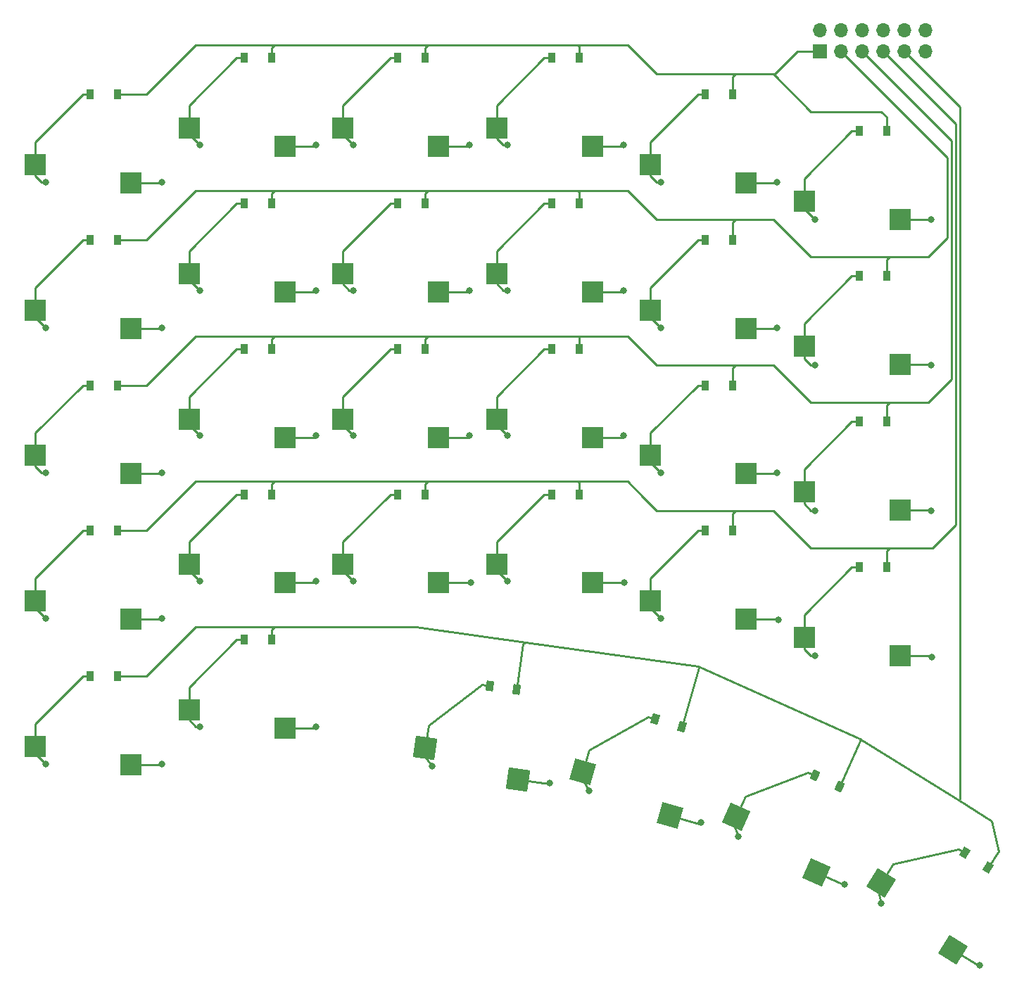
<source format=gbr>
%TF.GenerationSoftware,KiCad,Pcbnew,8.0.3*%
%TF.CreationDate,2024-06-13T00:20:47+02:00*%
%TF.ProjectId,protoeepyboard,70726f74-6f65-4657-9079-626f6172642e,1.0*%
%TF.SameCoordinates,Original*%
%TF.FileFunction,Copper,L2,Bot*%
%TF.FilePolarity,Positive*%
%FSLAX46Y46*%
G04 Gerber Fmt 4.6, Leading zero omitted, Abs format (unit mm)*
G04 Created by KiCad (PCBNEW 8.0.3) date 2024-06-13 00:20:47*
%MOMM*%
%LPD*%
G01*
G04 APERTURE LIST*
G04 Aperture macros list*
%AMRotRect*
0 Rectangle, with rotation*
0 The origin of the aperture is its center*
0 $1 length*
0 $2 width*
0 $3 Rotation angle, in degrees counterclockwise*
0 Add horizontal line*
21,1,$1,$2,0,0,$3*%
G04 Aperture macros list end*
%TA.AperFunction,SMDPad,CuDef*%
%ADD10R,0.900000X1.200000*%
%TD*%
%TA.AperFunction,SMDPad,CuDef*%
%ADD11R,2.600000X2.600000*%
%TD*%
%TA.AperFunction,SMDPad,CuDef*%
%ADD12RotRect,0.900000X1.200000X156.000000*%
%TD*%
%TA.AperFunction,ComponentPad*%
%ADD13O,1.700000X1.700000*%
%TD*%
%TA.AperFunction,ComponentPad*%
%ADD14R,1.700000X1.700000*%
%TD*%
%TA.AperFunction,SMDPad,CuDef*%
%ADD15RotRect,2.600000X2.600000X148.000000*%
%TD*%
%TA.AperFunction,SMDPad,CuDef*%
%ADD16RotRect,0.900000X1.200000X148.000000*%
%TD*%
%TA.AperFunction,SMDPad,CuDef*%
%ADD17RotRect,0.900000X1.200000X164.000000*%
%TD*%
%TA.AperFunction,SMDPad,CuDef*%
%ADD18RotRect,2.600000X2.600000X164.000000*%
%TD*%
%TA.AperFunction,SMDPad,CuDef*%
%ADD19RotRect,0.900000X1.200000X172.000000*%
%TD*%
%TA.AperFunction,SMDPad,CuDef*%
%ADD20RotRect,2.600000X2.600000X156.000000*%
%TD*%
%TA.AperFunction,SMDPad,CuDef*%
%ADD21RotRect,2.600000X2.600000X172.000000*%
%TD*%
%TA.AperFunction,ViaPad*%
%ADD22C,0.800000*%
%TD*%
%TA.AperFunction,Conductor*%
%ADD23C,0.250000*%
%TD*%
G04 APERTURE END LIST*
D10*
%TO.P,D23,1*%
%TO.N,P7*%
X184175480Y-128090167D03*
%TO.P,D23,2*%
%TO.N,five_bottom*%
X180875480Y-128090167D03*
%TD*%
%TO.P,D19,1*%
%TO.N,P7*%
X165675484Y-123715163D03*
%TO.P,D19,2*%
%TO.N,four_bottom*%
X162375484Y-123715163D03*
%TD*%
D11*
%TO.P,S24,2*%
%TO.N,five_home*%
X174250484Y-119040165D03*
%TO.P,S24,1*%
%TO.N,P12*%
X185800484Y-121240165D03*
%TD*%
%TO.P,S13,2*%
%TO.N,two_top*%
X118750479Y-92790168D03*
%TO.P,S13,1*%
%TO.N,P6*%
X130300479Y-94990168D03*
%TD*%
D10*
%TO.P,D21,1*%
%TO.N,P3*%
X165675480Y-88715166D03*
%TO.P,D21,2*%
%TO.N,four_top*%
X162375480Y-88715166D03*
%TD*%
D11*
%TO.P,S26,2*%
%TO.N,five_num*%
X174250483Y-84040161D03*
%TO.P,S26,1*%
%TO.N,P12*%
X185800483Y-86240161D03*
%TD*%
%TO.P,S14,2*%
%TO.N,two_num*%
X118750485Y-75290169D03*
%TO.P,S14,1*%
%TO.N,P6*%
X130300485Y-77490169D03*
%TD*%
%TO.P,S17,2*%
%TO.N,three_top*%
X137250478Y-92790166D03*
%TO.P,S17,1*%
%TO.N,P4*%
X148800478Y-94990166D03*
%TD*%
D10*
%TO.P,D11,1*%
%TO.N,P7*%
X128675487Y-119340168D03*
%TO.P,D11,2*%
%TO.N,two_bottom*%
X125375487Y-119340168D03*
%TD*%
%TO.P,D3,1*%
%TO.N,P5*%
X91675480Y-106215168D03*
%TO.P,D3,2*%
%TO.N,outer_home*%
X88375480Y-106215168D03*
%TD*%
%TO.P,D15,1*%
%TO.N,P7*%
X147175483Y-119340166D03*
%TO.P,D15,2*%
%TO.N,three_bottom*%
X143875483Y-119340166D03*
%TD*%
%TO.P,D1,1*%
%TO.N,P9*%
X91675486Y-141215163D03*
%TO.P,D1,2*%
%TO.N,outer_mod*%
X88375486Y-141215163D03*
%TD*%
%TO.P,D5,1*%
%TO.N,P1*%
X91675478Y-71215165D03*
%TO.P,D5,2*%
%TO.N,outer_num*%
X88375478Y-71215165D03*
%TD*%
%TO.P,D17,1*%
%TO.N,P3*%
X147175482Y-84340166D03*
%TO.P,D17,2*%
%TO.N,three_top*%
X143875482Y-84340166D03*
%TD*%
D11*
%TO.P,S20,2*%
%TO.N,four_home*%
X155750480Y-114665163D03*
%TO.P,S20,1*%
%TO.N,P2*%
X167300480Y-116865163D03*
%TD*%
D10*
%TO.P,D24,1*%
%TO.N,P5*%
X184175481Y-110590164D03*
%TO.P,D24,2*%
%TO.N,five_home*%
X180875481Y-110590164D03*
%TD*%
D11*
%TO.P,S23,2*%
%TO.N,five_bottom*%
X174250484Y-136540170D03*
%TO.P,S23,1*%
%TO.N,P12*%
X185800484Y-138740170D03*
%TD*%
D10*
%TO.P,D4,1*%
%TO.N,P3*%
X91675480Y-88715167D03*
%TO.P,D4,2*%
%TO.N,outer_top*%
X88375480Y-88715167D03*
%TD*%
D11*
%TO.P,S25,2*%
%TO.N,five_top*%
X174250483Y-101540165D03*
%TO.P,S25,1*%
%TO.N,P12*%
X185800483Y-103740165D03*
%TD*%
D10*
%TO.P,D8,1*%
%TO.N,P5*%
X110175484Y-101840164D03*
%TO.P,D8,2*%
%TO.N,one_home*%
X106875484Y-101840164D03*
%TD*%
D11*
%TO.P,S18,2*%
%TO.N,three_num*%
X137250484Y-75290161D03*
%TO.P,S18,1*%
%TO.N,P4*%
X148800484Y-77490161D03*
%TD*%
D10*
%TO.P,D26,1*%
%TO.N,P1*%
X184175481Y-75590168D03*
%TO.P,D26,2*%
%TO.N,five_num*%
X180875481Y-75590168D03*
%TD*%
%TO.P,D13,1*%
%TO.N,P3*%
X128675484Y-84340164D03*
%TO.P,D13,2*%
%TO.N,two_top*%
X125375484Y-84340164D03*
%TD*%
D11*
%TO.P,S7,2*%
%TO.N,one_bottom*%
X100250484Y-127790168D03*
%TO.P,S7,1*%
%TO.N,P8*%
X111800484Y-129990168D03*
%TD*%
%TO.P,S1,2*%
%TO.N,outer_mod*%
X81750478Y-149665165D03*
%TO.P,S1,1*%
%TO.N,P10*%
X93300478Y-151865165D03*
%TD*%
%TO.P,S8,2*%
%TO.N,one_home*%
X100250480Y-110290167D03*
%TO.P,S8,1*%
%TO.N,P8*%
X111800480Y-112490167D03*
%TD*%
%TO.P,S15,2*%
%TO.N,three_bottom*%
X137250482Y-127790168D03*
%TO.P,S15,1*%
%TO.N,P4*%
X148800482Y-129990168D03*
%TD*%
%TO.P,S10,2*%
%TO.N,one_num*%
X100250480Y-75290159D03*
%TO.P,S10,1*%
%TO.N,P8*%
X111800480Y-77490159D03*
%TD*%
D12*
%TO.P,D29,1*%
%TO.N,P9*%
X178557039Y-154485401D03*
%TO.P,D29,2*%
%TO.N,three_default*%
X175542339Y-153143171D03*
%TD*%
D10*
%TO.P,D16,1*%
%TO.N,P5*%
X147175482Y-101840166D03*
%TO.P,D16,2*%
%TO.N,three_home*%
X143875482Y-101840166D03*
%TD*%
D13*
%TO.P,J1,12*%
%TO.N,P12*%
X188875486Y-63520162D03*
%TO.P,J1,11*%
%TO.N,P11*%
X188875483Y-66060162D03*
%TO.P,J1,10*%
%TO.N,P10*%
X186335486Y-63520162D03*
%TO.P,J1,9*%
%TO.N,P9*%
X186335486Y-66060162D03*
%TO.P,J1,8*%
%TO.N,P8*%
X183795486Y-63520162D03*
%TO.P,J1,7*%
%TO.N,P7*%
X183795486Y-66060162D03*
%TO.P,J1,6*%
%TO.N,P6*%
X181255486Y-63520162D03*
%TO.P,J1,5*%
%TO.N,P5*%
X181255486Y-66060164D03*
%TO.P,J1,4*%
%TO.N,P4*%
X178715486Y-63520162D03*
%TO.P,J1,3*%
%TO.N,P3*%
X178715486Y-66060162D03*
%TO.P,J1,2*%
%TO.N,P2*%
X176175486Y-63520162D03*
D14*
%TO.P,J1,1*%
%TO.N,P1*%
X176175486Y-66060162D03*
%TD*%
D11*
%TO.P,S6,2*%
%TO.N,one_mod*%
X100250481Y-145290171D03*
%TO.P,S6,1*%
%TO.N,P8*%
X111800481Y-147490171D03*
%TD*%
D10*
%TO.P,D2,1*%
%TO.N,P7*%
X91675486Y-123715164D03*
%TO.P,D2,2*%
%TO.N,outer_bottom*%
X88375486Y-123715164D03*
%TD*%
D15*
%TO.P,S30,2*%
%TO.N,four_default*%
X183505814Y-166140219D03*
%TO.P,S30,1*%
%TO.N,P12*%
X192134945Y-174126491D03*
%TD*%
D11*
%TO.P,S5,2*%
%TO.N,outer_num*%
X81750481Y-79665166D03*
%TO.P,S5,1*%
%TO.N,P10*%
X93300481Y-81865166D03*
%TD*%
%TO.P,S16,2*%
%TO.N,three_home*%
X137250480Y-110290168D03*
%TO.P,S16,1*%
%TO.N,P4*%
X148800480Y-112490168D03*
%TD*%
D10*
%TO.P,D14,1*%
%TO.N,P1*%
X128675483Y-66840168D03*
%TO.P,D14,2*%
%TO.N,two_num*%
X125375483Y-66840168D03*
%TD*%
D11*
%TO.P,S12,2*%
%TO.N,two_home*%
X118750485Y-110290165D03*
%TO.P,S12,1*%
%TO.N,P6*%
X130300485Y-112490165D03*
%TD*%
%TO.P,S2,2*%
%TO.N,outer_bottom*%
X81750480Y-132165169D03*
%TO.P,S2,1*%
%TO.N,P10*%
X93300480Y-134365169D03*
%TD*%
D16*
%TO.P,D30,1*%
%TO.N,P9*%
X196400513Y-164233664D03*
%TO.P,D30,2*%
%TO.N,four_default*%
X193601955Y-162484930D03*
%TD*%
D11*
%TO.P,S9,2*%
%TO.N,one_top*%
X100250484Y-92790164D03*
%TO.P,S9,1*%
%TO.N,P8*%
X111800484Y-94990164D03*
%TD*%
D10*
%TO.P,D25,1*%
%TO.N,P3*%
X184175488Y-93090164D03*
%TO.P,D25,2*%
%TO.N,five_top*%
X180875488Y-93090164D03*
%TD*%
D11*
%TO.P,S22,2*%
%TO.N,four_num*%
X155750483Y-79665169D03*
%TO.P,S22,1*%
%TO.N,P2*%
X167300483Y-81865169D03*
%TD*%
D10*
%TO.P,D7,1*%
%TO.N,P7*%
X110175484Y-119340161D03*
%TO.P,D7,2*%
%TO.N,one_bottom*%
X106875484Y-119340161D03*
%TD*%
D11*
%TO.P,S11,2*%
%TO.N,two_bottom*%
X118750483Y-127790165D03*
%TO.P,S11,1*%
%TO.N,P6*%
X130300483Y-129990165D03*
%TD*%
D10*
%TO.P,D10,1*%
%TO.N,P1*%
X110175482Y-66840170D03*
%TO.P,D10,2*%
%TO.N,one_num*%
X106875482Y-66840170D03*
%TD*%
D11*
%TO.P,S19,2*%
%TO.N,four_bottom*%
X155750483Y-132165168D03*
%TO.P,S19,1*%
%TO.N,P2*%
X167300483Y-134365168D03*
%TD*%
D17*
%TO.P,D28,1*%
%TO.N,P9*%
X159530516Y-147315349D03*
%TO.P,D28,2*%
%TO.N,two_default*%
X156358352Y-146405745D03*
%TD*%
D11*
%TO.P,S21,2*%
%TO.N,four_top*%
X155750482Y-97165169D03*
%TO.P,S21,1*%
%TO.N,P2*%
X167300482Y-99365169D03*
%TD*%
D18*
%TO.P,S28,2*%
%TO.N,two_default*%
X147660859Y-152702301D03*
%TO.P,S28,1*%
%TO.N,P4*%
X158157030Y-158000688D03*
%TD*%
D19*
%TO.P,D27,1*%
%TO.N,P9*%
X139691285Y-142863045D03*
%TO.P,D27,2*%
%TO.N,one_default*%
X136423401Y-142403773D03*
%TD*%
D10*
%TO.P,D18,1*%
%TO.N,P1*%
X147175486Y-66840168D03*
%TO.P,D18,2*%
%TO.N,three_num*%
X143875486Y-66840168D03*
%TD*%
%TO.P,D6,1*%
%TO.N,P9*%
X110175485Y-136840169D03*
%TO.P,D6,2*%
%TO.N,one_mod*%
X106875485Y-136840169D03*
%TD*%
%TO.P,D9,1*%
%TO.N,P3*%
X110175480Y-84340167D03*
%TO.P,D9,2*%
%TO.N,one_top*%
X106875480Y-84340167D03*
%TD*%
%TO.P,D22,1*%
%TO.N,P1*%
X165675483Y-71215161D03*
%TO.P,D22,2*%
%TO.N,four_num*%
X162375483Y-71215161D03*
%TD*%
D11*
%TO.P,S4,2*%
%TO.N,outer_top*%
X81750487Y-97165169D03*
%TO.P,S4,1*%
%TO.N,P10*%
X93300487Y-99365169D03*
%TD*%
%TO.P,S3,2*%
%TO.N,outer_home*%
X81750478Y-114665165D03*
%TO.P,S3,1*%
%TO.N,P10*%
X93300478Y-116865165D03*
%TD*%
D20*
%TO.P,S29,2*%
%TO.N,three_default*%
X166053172Y-158167994D03*
%TO.P,S29,1*%
%TO.N,P2*%
X175709799Y-164875602D03*
%TD*%
D10*
%TO.P,D12,1*%
%TO.N,P5*%
X128675479Y-101840165D03*
%TO.P,D12,2*%
%TO.N,two_home*%
X125375479Y-101840165D03*
%TD*%
D21*
%TO.P,S27,2*%
%TO.N,one_default*%
X128686861Y-149849520D03*
%TO.P,S27,1*%
%TO.N,P6*%
X139818276Y-153635559D03*
%TD*%
D10*
%TO.P,D20,1*%
%TO.N,P5*%
X165675482Y-106215167D03*
%TO.P,D20,2*%
%TO.N,four_home*%
X162375482Y-106215167D03*
%TD*%
D22*
%TO.N,P12*%
X189656122Y-138934331D03*
%TO.N,P2*%
X171156120Y-134434331D03*
%TO.N,P4*%
X152656119Y-129934331D03*
%TO.N,P6*%
X134156119Y-129934334D03*
%TO.N,P12*%
X195351346Y-175995266D03*
%TO.N,four_default*%
X183478670Y-168576392D03*
%TO.N,P2*%
X179143390Y-166249989D03*
%TO.N,three_default*%
X166353753Y-160555678D03*
%TO.N,P4*%
X161826493Y-158875306D03*
%TO.N,two_default*%
X148368831Y-155016387D03*
%TO.N,P6*%
X143653312Y-154073593D03*
%TO.N,one_default*%
X129541988Y-152090374D03*
%TO.N,outer_home*%
X83025478Y-116790167D03*
%TO.N,one_mod*%
X101525484Y-147290165D03*
%TO.N,P4*%
X152525482Y-112290165D03*
%TO.N,three_top*%
X138525485Y-94790169D03*
%TO.N,outer_mod*%
X83025482Y-151790170D03*
%TO.N,two_bottom*%
X120025478Y-129790168D03*
%TO.N,P12*%
X189525481Y-86290167D03*
%TO.N,one_top*%
X101525482Y-94790166D03*
%TO.N,P12*%
X189525480Y-103790169D03*
X189525481Y-121290158D03*
%TO.N,three_home*%
X138525485Y-112290169D03*
%TO.N,P6*%
X134025490Y-94790169D03*
%TO.N,P8*%
X115525486Y-112290167D03*
%TO.N,P4*%
X152525486Y-94790164D03*
%TO.N,P8*%
X115525484Y-147290163D03*
%TO.N,outer_bottom*%
X83025484Y-134290164D03*
%TO.N,P10*%
X97025484Y-134290168D03*
%TO.N,one_num*%
X101525480Y-77290163D03*
%TO.N,P8*%
X115525481Y-77290166D03*
%TO.N,P10*%
X97025481Y-99290167D03*
%TO.N,P8*%
X115525481Y-129790167D03*
%TO.N,P10*%
X97025476Y-116790166D03*
%TO.N,P6*%
X134025477Y-77290167D03*
%TO.N,three_bottom*%
X138525484Y-129790167D03*
%TO.N,P8*%
X115525485Y-94790168D03*
%TO.N,P2*%
X171025483Y-81790168D03*
X171025478Y-116790165D03*
%TO.N,P4*%
X152525486Y-77290170D03*
%TO.N,one_home*%
X101525480Y-112290168D03*
%TO.N,P2*%
X171025481Y-99290164D03*
%TO.N,four_num*%
X157025483Y-81790168D03*
%TO.N,P10*%
X97025485Y-81790166D03*
%TO.N,three_num*%
X138525485Y-77290161D03*
%TO.N,outer_num*%
X83025481Y-81790163D03*
%TO.N,two_home*%
X120025481Y-112290164D03*
%TO.N,outer_top*%
X83025484Y-99290164D03*
%TO.N,P6*%
X134025481Y-112290171D03*
%TO.N,P10*%
X97025484Y-151790166D03*
%TO.N,four_home*%
X157025482Y-116790167D03*
%TO.N,one_bottom*%
X101525484Y-129790163D03*
%TO.N,five_home*%
X175525482Y-121290169D03*
%TO.N,two_num*%
X120025483Y-77290162D03*
%TO.N,two_top*%
X120025484Y-94790163D03*
%TO.N,five_bottom*%
X175525487Y-138790168D03*
%TO.N,four_top*%
X157025480Y-99290167D03*
%TO.N,four_bottom*%
X157025478Y-134290166D03*
%TO.N,five_num*%
X175525483Y-86290166D03*
%TO.N,five_top*%
X175525479Y-103790168D03*
%TD*%
D23*
%TO.N,P1*%
X170525483Y-68790159D02*
X170709841Y-68790159D01*
X170709841Y-68790159D02*
X173439838Y-66060162D01*
X173439838Y-66060162D02*
X176175486Y-66060162D01*
X156525488Y-68790167D02*
X166000000Y-68790162D01*
X166000000Y-68790162D02*
X170525483Y-68790159D01*
X165675483Y-71215161D02*
X165675483Y-69114679D01*
X165675483Y-69114679D02*
X166000000Y-68790162D01*
%TO.N,P9*%
X181080676Y-148817213D02*
X192836765Y-156163235D01*
X192836765Y-156163235D02*
X196791325Y-158634320D01*
X186335486Y-66060162D02*
X193000000Y-72724676D01*
X193000000Y-72724676D02*
X193000000Y-156000000D01*
X193000000Y-156000000D02*
X192836765Y-156163235D01*
%TO.N,P7*%
X184525481Y-125790170D02*
X189525478Y-125790167D01*
X192500000Y-74764676D02*
X183795486Y-66060162D01*
X189525478Y-125790167D02*
X189709833Y-125790167D01*
X189709833Y-125790167D02*
X192500000Y-123000000D01*
X192500000Y-123000000D02*
X192500000Y-74764676D01*
%TO.N,P5*%
X181255486Y-66060164D02*
X192000000Y-76804678D01*
X192000000Y-105500000D02*
X189209829Y-108290171D01*
X192000000Y-76804678D02*
X192000000Y-105500000D01*
X189209829Y-108290171D02*
X186525487Y-108290171D01*
X186525487Y-108290171D02*
X184525483Y-108290166D01*
%TO.N,P3*%
X191500000Y-78844676D02*
X191500000Y-88500000D01*
X191500000Y-88500000D02*
X189209835Y-90790165D01*
X189209835Y-90790165D02*
X185525481Y-90790165D01*
X178715486Y-66060162D02*
X191500000Y-78844676D01*
%TO.N,P12*%
X189461957Y-138740172D02*
X189656122Y-138934331D01*
X185800483Y-138740173D02*
X189461957Y-138740172D01*
%TO.N,P2*%
X171086953Y-134365167D02*
X171156120Y-134434331D01*
X167300483Y-134365167D02*
X171086953Y-134365167D01*
%TO.N,P4*%
X152600285Y-129990168D02*
X152656119Y-129934331D01*
X148800481Y-129990167D02*
X152600285Y-129990168D01*
%TO.N,P6*%
X134100287Y-129990166D02*
X134156119Y-129934334D01*
X130300485Y-129990165D02*
X134100287Y-129990166D01*
%TO.N,three_default*%
X166053173Y-158167996D02*
X167154892Y-155693492D01*
X167154892Y-155693492D02*
X174735048Y-152783738D01*
X174735048Y-152783738D02*
X175542339Y-153143172D01*
%TO.N,four_default*%
X183505816Y-166140219D02*
X184941197Y-163843126D01*
X184941197Y-163843126D02*
X192852547Y-162016645D01*
X192852547Y-162016645D02*
X193601953Y-162484930D01*
%TO.N,P12*%
X195186508Y-176033316D02*
X195351346Y-175995266D01*
X192134949Y-174126488D02*
X195186508Y-176033316D01*
%TO.N,four_default*%
X183075299Y-166829192D02*
X183505816Y-166140219D01*
X183478670Y-168576392D02*
X183075299Y-166829192D01*
%TO.N,P2*%
X178957228Y-166321456D02*
X179143390Y-166249989D01*
X175709797Y-164875606D02*
X178957228Y-166321456D01*
%TO.N,three_default*%
X165722394Y-158910934D02*
X166053173Y-158167996D01*
X166353753Y-160555678D02*
X165722394Y-158910934D01*
%TO.N,P4*%
X161615348Y-158992346D02*
X161826493Y-158875306D01*
X158157028Y-158000690D02*
X161615348Y-158992346D01*
%TO.N,two_default*%
X148368831Y-155016387D02*
X147464907Y-153385663D01*
X147464907Y-153385663D02*
X147660860Y-152702304D01*
X147660860Y-152702304D02*
X148407472Y-150098551D01*
X148407472Y-150098551D02*
X155508895Y-146162163D01*
X155508895Y-146162163D02*
X156358350Y-146405743D01*
%TO.N,one_default*%
X128686856Y-149849520D02*
X129063834Y-147167194D01*
X129063834Y-147167194D02*
X135548314Y-142280791D01*
X135548314Y-142280791D02*
X136423400Y-142403776D01*
%TO.N,P6*%
X143540405Y-154158669D02*
X143653312Y-154073593D01*
X139818275Y-153635558D02*
X143540405Y-154158669D01*
%TO.N,one_default*%
X129541988Y-152090374D02*
X128555848Y-150781721D01*
X128555848Y-150781721D02*
X128686856Y-149849520D01*
%TO.N,P9*%
X196791325Y-158634320D02*
X197629839Y-162266330D01*
X197629839Y-162266330D02*
X196400514Y-164233657D01*
X159530519Y-147315348D02*
X161562691Y-140228314D01*
X161562691Y-140228314D02*
X161469795Y-140060727D01*
X161469795Y-140060727D02*
X181111023Y-148805568D01*
X178557035Y-154485401D02*
X181080676Y-148817213D01*
X181080676Y-148817213D02*
X181111023Y-148805568D01*
X140748523Y-137148543D02*
X161469795Y-140060727D01*
X127525484Y-135290166D02*
X140748523Y-137148543D01*
X139691281Y-142863048D02*
X140464301Y-137362719D01*
X140464301Y-137362719D02*
X140748523Y-137148543D01*
%TO.N,two_home*%
X120025481Y-112290164D02*
X118750479Y-111015167D01*
%TO.N,outer_num*%
X83025481Y-81790163D02*
X82525485Y-81790164D01*
%TO.N,P10*%
X93300481Y-134365169D02*
X96950483Y-134365161D01*
%TO.N,outer_top*%
X83025484Y-99290164D02*
X81750485Y-98015164D01*
%TO.N,three_top*%
X137250481Y-90081487D02*
X142991797Y-84340161D01*
%TO.N,outer_home*%
X82525487Y-116790169D02*
X81750478Y-116015162D01*
X83025478Y-116790167D02*
X82525487Y-116790169D01*
X81750478Y-116015162D02*
X81750485Y-114665168D01*
%TO.N,outer_mod*%
X81750487Y-149665168D02*
X81750483Y-146956482D01*
%TO.N,P7*%
X165525484Y-121290163D02*
X166025483Y-121290165D01*
%TO.N,outer_mod*%
X81750482Y-150515169D02*
X81750487Y-149665168D01*
X83025482Y-151790170D02*
X81750482Y-150515169D01*
%TO.N,one_mod*%
X100250481Y-146515161D02*
X100250484Y-145290163D01*
%TO.N,one_bottom*%
X100250480Y-128515165D02*
X100250482Y-127790166D01*
%TO.N,three_top*%
X138025483Y-94790169D02*
X137250481Y-94015168D01*
%TO.N,five_top*%
X174250478Y-101540168D02*
X174250482Y-98831482D01*
%TO.N,one_home*%
X101525480Y-112290168D02*
X100250486Y-111015169D01*
%TO.N,two_home*%
X118750479Y-111015167D02*
X118750481Y-110290169D01*
%TO.N,three_bottom*%
X142991798Y-119340169D02*
X143875480Y-119340172D01*
%TO.N,outer_top*%
X81750485Y-98015164D02*
X81750484Y-97165163D01*
%TO.N,two_home*%
X124491796Y-101840168D02*
X125375480Y-101840169D01*
%TO.N,two_top*%
X118750485Y-90081478D02*
X124491799Y-84340165D01*
%TO.N,outer_mod*%
X87491800Y-141215170D02*
X88375483Y-141215163D01*
%TO.N,P7*%
X166025483Y-121290165D02*
X170525483Y-121290170D01*
%TO.N,outer_bottom*%
X81750478Y-133015169D02*
X81750484Y-132165167D01*
%TO.N,outer_top*%
X81750484Y-97165163D02*
X81750482Y-94456486D01*
%TO.N,one_num*%
X101525480Y-77290163D02*
X100250483Y-76015168D01*
%TO.N,five_bottom*%
X175025484Y-138790160D02*
X174250482Y-138015170D01*
%TO.N,one_top*%
X101525482Y-94790166D02*
X100250479Y-93515170D01*
%TO.N,P12*%
X185800483Y-86240165D02*
X189475483Y-86240168D01*
X189475483Y-86240168D02*
X189525481Y-86290167D01*
%TO.N,P5*%
X101025480Y-100290168D02*
X110525481Y-100290169D01*
%TO.N,three_num*%
X137250484Y-76515163D02*
X137250484Y-75290164D01*
%TO.N,P12*%
X189475482Y-103740162D02*
X189525480Y-103790169D01*
%TO.N,P2*%
X170950484Y-99365159D02*
X171025481Y-99290164D01*
%TO.N,P5*%
X129025485Y-100290169D02*
X147025487Y-100290168D01*
%TO.N,P2*%
X167300485Y-81865164D02*
X170950483Y-81865166D01*
%TO.N,two_home*%
X118750481Y-110290169D02*
X118750485Y-107581483D01*
%TO.N,P12*%
X185800480Y-121240166D02*
X189475484Y-121240168D01*
%TO.N,P2*%
X170950483Y-81865166D02*
X171025483Y-81790168D01*
%TO.N,P4*%
X152325483Y-77490167D02*
X152525486Y-77290170D01*
X148800480Y-94990166D02*
X152325483Y-94990168D01*
%TO.N,one_home*%
X100250483Y-110290163D02*
X100250483Y-107581482D01*
%TO.N,P4*%
X152325483Y-94990168D02*
X152525486Y-94790164D01*
%TO.N,four_num*%
X155750481Y-76956479D02*
X161491801Y-71215168D01*
%TO.N,P2*%
X170950484Y-116865163D02*
X171025478Y-116790165D01*
%TO.N,P8*%
X111800480Y-94990166D02*
X115325481Y-94990166D01*
%TO.N,P6*%
X133825481Y-112490166D02*
X134025481Y-112290171D01*
X130300484Y-112490162D02*
X133825481Y-112490166D01*
X133825486Y-94990164D02*
X134025490Y-94790169D01*
%TO.N,outer_mod*%
X81750483Y-146956482D02*
X87491800Y-141215170D01*
%TO.N,P6*%
X130300482Y-94990165D02*
X133825486Y-94990164D01*
%TO.N,P1*%
X147175480Y-65440167D02*
X147175486Y-66840166D01*
%TO.N,outer_num*%
X82525485Y-81790164D02*
X81750481Y-81015165D01*
%TO.N,P1*%
X110525482Y-65290163D02*
X129025481Y-65290167D01*
%TO.N,three_bottom*%
X137250482Y-125081478D02*
X142991798Y-119340169D01*
%TO.N,P6*%
X130300481Y-77490167D02*
X133825476Y-77490165D01*
%TO.N,P7*%
X110175480Y-118140169D02*
X110525480Y-117790168D01*
%TO.N,outer_num*%
X81750480Y-79665169D02*
X81750482Y-76956483D01*
%TO.N,P8*%
X111800481Y-77490167D02*
X115325483Y-77490169D01*
%TO.N,P6*%
X133825476Y-77490165D02*
X134025477Y-77290167D01*
%TO.N,one_bottom*%
X101525484Y-129790163D02*
X100250480Y-128515165D01*
%TO.N,outer_bottom*%
X81750484Y-132165167D02*
X81750482Y-129456485D01*
%TO.N,two_home*%
X118750485Y-107581483D02*
X124491796Y-101840168D01*
%TO.N,three_home*%
X137250480Y-110290163D02*
X137250482Y-107581479D01*
%TO.N,four_bottom*%
X155750481Y-132165164D02*
X155750480Y-129456485D01*
%TO.N,P7*%
X153025482Y-117790163D02*
X155025485Y-119790165D01*
%TO.N,P8*%
X115325484Y-112490162D02*
X115525486Y-112290167D01*
%TO.N,P2*%
X167300482Y-116865163D02*
X170950484Y-116865163D01*
%TO.N,P8*%
X111800480Y-147490164D02*
X115325483Y-147490171D01*
X115325483Y-147490171D02*
X115525484Y-147290163D01*
%TO.N,P10*%
X93300482Y-151865164D02*
X96950484Y-151865165D01*
%TO.N,P12*%
X185800482Y-103740165D02*
X189475482Y-103740162D01*
%TO.N,P10*%
X96950482Y-116865164D02*
X97025476Y-116790166D01*
X96950484Y-151865165D02*
X97025484Y-151790166D01*
X96950482Y-81865164D02*
X97025485Y-81790166D01*
X93300484Y-81865166D02*
X96950482Y-81865164D01*
X93300477Y-116865168D02*
X96950482Y-116865164D01*
X93300479Y-99365168D02*
X96950481Y-99365166D01*
%TO.N,outer_home*%
X87491798Y-106215167D02*
X88375481Y-106215168D01*
X81750485Y-114665168D02*
X81750482Y-111956480D01*
%TO.N,one_mod*%
X100250484Y-145290163D02*
X100250481Y-142581482D01*
%TO.N,P7*%
X128675477Y-119340167D02*
X128675482Y-118140169D01*
%TO.N,two_top*%
X118750489Y-92790170D02*
X118750485Y-90081478D01*
%TO.N,P7*%
X128675482Y-118140169D02*
X129025485Y-117790163D01*
%TO.N,two_bottom*%
X118750480Y-127790161D02*
X118750479Y-125081483D01*
%TO.N,P7*%
X147175483Y-117940164D02*
X147175482Y-119340169D01*
%TO.N,P9*%
X110175479Y-135640169D02*
X110525481Y-135290168D01*
%TO.N,outer_bottom*%
X87491803Y-123715169D02*
X88375484Y-123715165D01*
%TO.N,four_home*%
X155750482Y-115515165D02*
X155750480Y-114665164D01*
%TO.N,P7*%
X147025482Y-117790163D02*
X147175483Y-117940164D01*
%TO.N,five_home*%
X174250478Y-120515165D02*
X174250484Y-119040169D01*
%TO.N,P5*%
X128675481Y-100640167D02*
X129025485Y-100290169D01*
%TO.N,P7*%
X110525480Y-117790168D02*
X129025485Y-117790163D01*
%TO.N,one_num*%
X100250481Y-72581485D02*
X105991796Y-66840165D01*
%TO.N,P7*%
X129025485Y-117790163D02*
X147025482Y-117790163D01*
%TO.N,five_num*%
X179991797Y-75590167D02*
X180875483Y-75590166D01*
%TO.N,P1*%
X110175485Y-66840166D02*
X110175481Y-65640162D01*
%TO.N,P10*%
X96950481Y-99365166D02*
X97025481Y-99290167D01*
%TO.N,one_mod*%
X101025486Y-147290170D02*
X100250481Y-146515161D01*
%TO.N,outer_bottom*%
X81750482Y-129456485D02*
X87491803Y-123715169D01*
%TO.N,five_home*%
X175525482Y-121290169D02*
X175025484Y-121290166D01*
%TO.N,one_mod*%
X101525484Y-147290165D02*
X101025486Y-147290170D01*
%TO.N,P8*%
X115325481Y-94990166D02*
X115525485Y-94790168D01*
%TO.N,two_top*%
X124491799Y-84340165D02*
X125375485Y-84340167D01*
%TO.N,outer_bottom*%
X83025484Y-134290164D02*
X81750478Y-133015169D01*
%TO.N,P5*%
X110525481Y-100290169D02*
X129025485Y-100290169D01*
%TO.N,outer_num*%
X87491800Y-71215165D02*
X88375479Y-71215163D01*
%TO.N,four_num*%
X155750480Y-79665163D02*
X155750481Y-76956479D01*
%TO.N,P3*%
X128675482Y-84340162D02*
X128675479Y-83140167D01*
%TO.N,five_top*%
X174250486Y-103015168D02*
X174250478Y-101540168D01*
%TO.N,three_num*%
X137250484Y-75290164D02*
X137250484Y-72581481D01*
%TO.N,two_num*%
X124491800Y-66840160D02*
X125375485Y-66840168D01*
%TO.N,five_num*%
X174250478Y-85015167D02*
X174250485Y-84040168D01*
%TO.N,P3*%
X128675479Y-83140167D02*
X129025479Y-82790163D01*
%TO.N,P8*%
X115325483Y-77490169D02*
X115525481Y-77290166D01*
%TO.N,five_num*%
X175525483Y-86290166D02*
X174250478Y-85015167D01*
%TO.N,P8*%
X111800483Y-112490162D02*
X115325484Y-112490162D01*
%TO.N,outer_num*%
X81750481Y-81015165D02*
X81750480Y-79665169D01*
%TO.N,P8*%
X115325481Y-129990168D02*
X115525481Y-129790167D01*
%TO.N,one_mod*%
X105991800Y-136840164D02*
X106875486Y-136840167D01*
X100250481Y-142581482D02*
X105991800Y-136840164D01*
%TO.N,three_bottom*%
X137250481Y-127790167D02*
X137250482Y-125081478D01*
%TO.N,P9*%
X110525481Y-135290168D02*
X112525480Y-135290166D01*
%TO.N,P3*%
X110175482Y-83140164D02*
X110525481Y-82790165D01*
%TO.N,P5*%
X147025487Y-100290168D02*
X147175482Y-100440163D01*
%TO.N,two_bottom*%
X120025478Y-129790168D02*
X118750487Y-128515161D01*
%TO.N,P3*%
X147025486Y-82790167D02*
X147175487Y-82940170D01*
%TO.N,P7*%
X110175484Y-119340164D02*
X110175480Y-118140169D01*
%TO.N,P9*%
X110175483Y-136840161D02*
X110175479Y-135640169D01*
%TO.N,P4*%
X148800483Y-77490168D02*
X152325483Y-77490167D01*
%TO.N,one_top*%
X100250483Y-92790169D02*
X100250481Y-90081481D01*
%TO.N,three_num*%
X142991798Y-66840165D02*
X143875482Y-66840167D01*
%TO.N,one_home*%
X100250486Y-111015169D02*
X100250483Y-110290163D01*
%TO.N,three_top*%
X137250481Y-94015168D02*
X137250484Y-92790168D01*
%TO.N,P5*%
X147175482Y-100440163D02*
X147175482Y-101840164D01*
%TO.N,three_bottom*%
X138525484Y-129790167D02*
X137250483Y-128515168D01*
%TO.N,P8*%
X111800484Y-129990164D02*
X115325481Y-129990168D01*
%TO.N,P1*%
X128675482Y-65640165D02*
X129025481Y-65290167D01*
X95100482Y-71215166D02*
X101025480Y-65290164D01*
%TO.N,one_num*%
X100250482Y-75290168D02*
X100250481Y-72581485D01*
%TO.N,P4*%
X148800479Y-112490171D02*
X152325482Y-112490169D01*
%TO.N,P1*%
X129025481Y-65290167D02*
X147025484Y-65290166D01*
%TO.N,two_bottom*%
X118750487Y-128515161D02*
X118750480Y-127790161D01*
%TO.N,three_top*%
X142991797Y-84340161D02*
X143875480Y-84340163D01*
%TO.N,P3*%
X101025478Y-82790167D02*
X110525481Y-82790165D01*
%TO.N,P1*%
X128675481Y-66840159D02*
X128675482Y-65640165D01*
%TO.N,two_num*%
X118750479Y-72581479D02*
X124491800Y-66840160D01*
%TO.N,P1*%
X110175481Y-65640162D02*
X110525482Y-65290163D01*
%TO.N,five_bottom*%
X175525487Y-138790168D02*
X175025484Y-138790160D01*
%TO.N,one_home*%
X105991801Y-101840169D02*
X106875483Y-101840162D01*
%TO.N,one_num*%
X100250483Y-76015168D02*
X100250482Y-75290168D01*
%TO.N,three_top*%
X138525485Y-94790169D02*
X138025483Y-94790169D01*
%TO.N,outer_home*%
X81750482Y-111956480D02*
X87491798Y-106215167D01*
%TO.N,P12*%
X189475484Y-121240168D02*
X189525481Y-121290158D01*
%TO.N,P3*%
X110525481Y-82790165D02*
X129025479Y-82790163D01*
%TO.N,one_top*%
X100250479Y-93515170D02*
X100250483Y-92790169D01*
%TO.N,outer_top*%
X87491805Y-88715167D02*
X88375481Y-88715169D01*
X81750482Y-94456486D02*
X87491805Y-88715167D01*
%TO.N,one_bottom*%
X100250482Y-127790166D02*
X100250486Y-125081483D01*
%TO.N,P5*%
X95100484Y-106215169D02*
X101025480Y-100290168D01*
%TO.N,one_bottom*%
X100250486Y-125081483D02*
X105991800Y-119340161D01*
X105991800Y-119340161D02*
X106875482Y-119340166D01*
%TO.N,P3*%
X91675482Y-88715166D02*
X95100478Y-88715163D01*
%TO.N,three_home*%
X137250482Y-107581479D02*
X142991798Y-101840168D01*
%TO.N,four_bottom*%
X155750480Y-129456485D02*
X161491794Y-123715168D01*
%TO.N,P7*%
X170525483Y-121290170D02*
X173525481Y-124290165D01*
%TO.N,one_home*%
X100250483Y-107581482D02*
X105991801Y-101840169D01*
%TO.N,two_bottom*%
X118750479Y-125081483D02*
X124491800Y-119340165D01*
%TO.N,one_top*%
X105991802Y-84340167D02*
X106875484Y-84340168D01*
%TO.N,four_home*%
X161491802Y-106215169D02*
X162375482Y-106215168D01*
%TO.N,one_top*%
X100250481Y-90081481D02*
X105991802Y-84340167D01*
%TO.N,P3*%
X110175482Y-84340166D02*
X110175482Y-83140164D01*
%TO.N,P5*%
X110175484Y-100640167D02*
X110525481Y-100290169D01*
%TO.N,five_top*%
X179991796Y-93090169D02*
X180875486Y-93090167D01*
%TO.N,three_num*%
X137250484Y-72581481D02*
X142991798Y-66840165D01*
%TO.N,P7*%
X165675485Y-121640169D02*
X166025483Y-121290165D01*
%TO.N,one_num*%
X105991796Y-66840165D02*
X106875481Y-66840170D01*
%TO.N,P7*%
X101025481Y-117790166D02*
X110525480Y-117790168D01*
%TO.N,five_num*%
X174250485Y-84040168D02*
X174250482Y-81331488D01*
X174250482Y-81331488D02*
X179991797Y-75590167D01*
%TO.N,P7*%
X175025481Y-125790167D02*
X183025482Y-125790166D01*
%TO.N,P4*%
X152325482Y-112490169D02*
X152525482Y-112290165D01*
%TO.N,two_bottom*%
X124491800Y-119340165D02*
X125375483Y-119340164D01*
%TO.N,P2*%
X167300485Y-99365166D02*
X170950484Y-99365159D01*
%TO.N,two_num*%
X118750478Y-75290168D02*
X118750479Y-72581479D01*
%TO.N,P10*%
X96950483Y-134365161D02*
X97025484Y-134290168D01*
%TO.N,outer_num*%
X81750482Y-76956483D02*
X87491800Y-71215165D01*
%TO.N,four_num*%
X161491801Y-71215168D02*
X162375481Y-71215165D01*
%TO.N,P3*%
X129025479Y-82790163D02*
X147025486Y-82790167D01*
X147175487Y-82940170D02*
X147175482Y-84340166D01*
%TO.N,P5*%
X110175486Y-101840162D02*
X110175484Y-100640167D01*
%TO.N,P1*%
X147025484Y-65290166D02*
X147175480Y-65440167D01*
%TO.N,P5*%
X128675484Y-101840168D02*
X128675481Y-100640167D01*
%TO.N,two_num*%
X120025483Y-77290162D02*
X118750485Y-76015161D01*
%TO.N,two_top*%
X119525481Y-94790172D02*
X118750485Y-94015171D01*
X120025484Y-94790163D02*
X119525481Y-94790172D01*
X118750485Y-94015171D02*
X118750489Y-92790170D01*
%TO.N,five_home*%
X175025484Y-121290166D02*
X174250478Y-120515165D01*
%TO.N,two_num*%
X118750485Y-76015161D02*
X118750478Y-75290168D01*
%TO.N,three_bottom*%
X137250483Y-128515168D02*
X137250481Y-127790167D01*
%TO.N,three_home*%
X138525485Y-112290169D02*
X137250484Y-111015168D01*
X137250484Y-111015168D02*
X137250480Y-110290163D01*
%TO.N,three_num*%
X138525485Y-77290161D02*
X138025480Y-77290168D01*
%TO.N,P9*%
X95100484Y-141215169D02*
X99025486Y-137290170D01*
%TO.N,three_num*%
X138025480Y-77290168D02*
X137250484Y-76515163D01*
%TO.N,four_num*%
X157025483Y-81790168D02*
X156525485Y-81790170D01*
X155750485Y-81015164D02*
X155750480Y-79665163D01*
X156525485Y-81790170D02*
X155750485Y-81015164D01*
%TO.N,four_top*%
X155750485Y-98015171D02*
X155750482Y-97165171D01*
%TO.N,four_home*%
X155750482Y-111956484D02*
X161491802Y-106215169D01*
%TO.N,four_top*%
X157025480Y-99290167D02*
X155750485Y-98015171D01*
%TO.N,four_home*%
X157025482Y-116790167D02*
X155750482Y-115515165D01*
%TO.N,four_bottom*%
X157025478Y-134290166D02*
X155750482Y-133015166D01*
X155750482Y-133015166D02*
X155750481Y-132165164D01*
%TO.N,five_bottom*%
X174250482Y-138015170D02*
X174250485Y-136540164D01*
%TO.N,five_top*%
X175525479Y-103790168D02*
X175025482Y-103790160D01*
X175025482Y-103790160D02*
X174250486Y-103015168D01*
%TO.N,P3*%
X95100478Y-88715163D02*
X101025478Y-82790167D01*
%TO.N,three_top*%
X137250484Y-92790168D02*
X137250481Y-90081487D01*
%TO.N,three_home*%
X142991798Y-101840168D02*
X143875481Y-101840161D01*
%TO.N,four_bottom*%
X161491794Y-123715168D02*
X162375484Y-123715165D01*
%TO.N,four_home*%
X155750480Y-114665164D02*
X155750482Y-111956484D01*
%TO.N,five_bottom*%
X174250485Y-136540164D02*
X174250485Y-133831478D01*
%TO.N,four_top*%
X155750482Y-97165171D02*
X155750484Y-94456476D01*
X155750484Y-94456476D02*
X161491796Y-88715167D01*
X161491796Y-88715167D02*
X162375479Y-88715167D01*
%TO.N,five_bottom*%
X179991797Y-128090168D02*
X180875479Y-128090171D01*
%TO.N,five_top*%
X174250482Y-98831482D02*
X179991796Y-93090169D01*
%TO.N,five_home*%
X174250484Y-119040169D02*
X174250482Y-116331480D01*
X174250482Y-116331480D02*
X179991802Y-110590170D01*
X179991802Y-110590170D02*
X180875483Y-110590166D01*
%TO.N,five_bottom*%
X174250485Y-133831478D02*
X179991797Y-128090168D01*
%TO.N,P5*%
X91675482Y-106215164D02*
X95100484Y-106215169D01*
%TO.N,P7*%
X91675477Y-123715164D02*
X95100483Y-123715165D01*
X95100483Y-123715165D02*
X101025481Y-117790166D01*
%TO.N,P9*%
X99025486Y-137290170D02*
X101025484Y-135290165D01*
X91675485Y-141215164D02*
X95100484Y-141215169D01*
X101025484Y-135290165D02*
X110525481Y-135290168D01*
%TO.N,P1*%
X91675484Y-71215164D02*
X95100482Y-71215166D01*
X101025480Y-65290164D02*
X110525482Y-65290163D01*
%TO.N,P7*%
X165675482Y-123715162D02*
X165675485Y-121640169D01*
X156525482Y-121290167D02*
X165525484Y-121290163D01*
X155025485Y-119790165D02*
X156525482Y-121290167D01*
X173525481Y-124290165D02*
X175025481Y-125790167D01*
X147025482Y-117790163D02*
X153025482Y-117790163D01*
X184175481Y-128090166D02*
X184175481Y-126140172D01*
X184175481Y-126140172D02*
X184525481Y-125790170D01*
X183025482Y-125790166D02*
X184525481Y-125790170D01*
%TO.N,P5*%
X155025483Y-102290165D02*
X156525488Y-103790168D01*
X170525486Y-103790171D02*
X175025479Y-108290168D01*
X147025487Y-100290168D02*
X153025482Y-100290163D01*
X153025482Y-100290163D02*
X155025483Y-102290165D01*
X165675476Y-104140168D02*
X166025486Y-103790162D01*
X165675483Y-106215168D02*
X165675476Y-104140168D01*
X166025486Y-103790162D02*
X170525486Y-103790171D01*
X156525488Y-103790168D02*
X166025486Y-103790162D01*
X184175479Y-108640167D02*
X184525483Y-108290166D01*
X184175481Y-110590166D02*
X184175479Y-108640167D01*
X175025479Y-108290168D02*
X184525483Y-108290166D01*
%TO.N,P3*%
X147025486Y-82790167D02*
X153025483Y-82790163D01*
X153025483Y-82790163D02*
X156525485Y-86290164D01*
X170525481Y-86290166D02*
X175025484Y-90790165D01*
X184175482Y-91140165D02*
X184525485Y-90790164D01*
X184175485Y-93090163D02*
X184175482Y-91140165D01*
X184525485Y-90790164D02*
X185525481Y-90790165D01*
X175025484Y-90790165D02*
X184525485Y-90790164D01*
X165675481Y-86640165D02*
X166025479Y-86290165D01*
X165675484Y-88715168D02*
X165675481Y-86640165D01*
X166025479Y-86290165D02*
X170525481Y-86290166D01*
X156525485Y-86290164D02*
X166025479Y-86290165D01*
%TO.N,P1*%
X184175480Y-73940167D02*
X184175478Y-75590167D01*
X170525483Y-68790159D02*
X175025482Y-73290166D01*
X183525479Y-73290168D02*
X184175480Y-73940167D01*
X153025485Y-65290165D02*
X156525488Y-68790167D01*
X175025482Y-73290166D02*
X183525479Y-73290168D01*
X147025484Y-65290166D02*
X153025485Y-65290165D01*
%TO.N,P9*%
X112525480Y-135290166D02*
X127525484Y-135290166D01*
%TD*%
M02*

</source>
